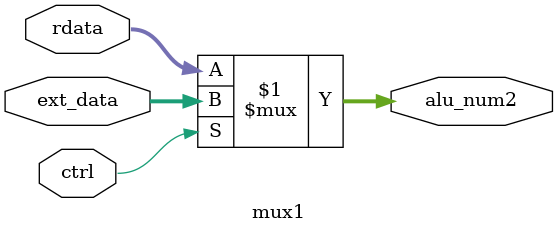
<source format=v>
`timescale 1ns / 1ps

module mux1(
    input ctrl,
    
    input [31:0] ext_data,
    input [31:0] rdata,
    output [31:0] alu_num2
    );
    
    assign alu_num2 = (ctrl) ? ext_data : rdata;
    
endmodule

</source>
